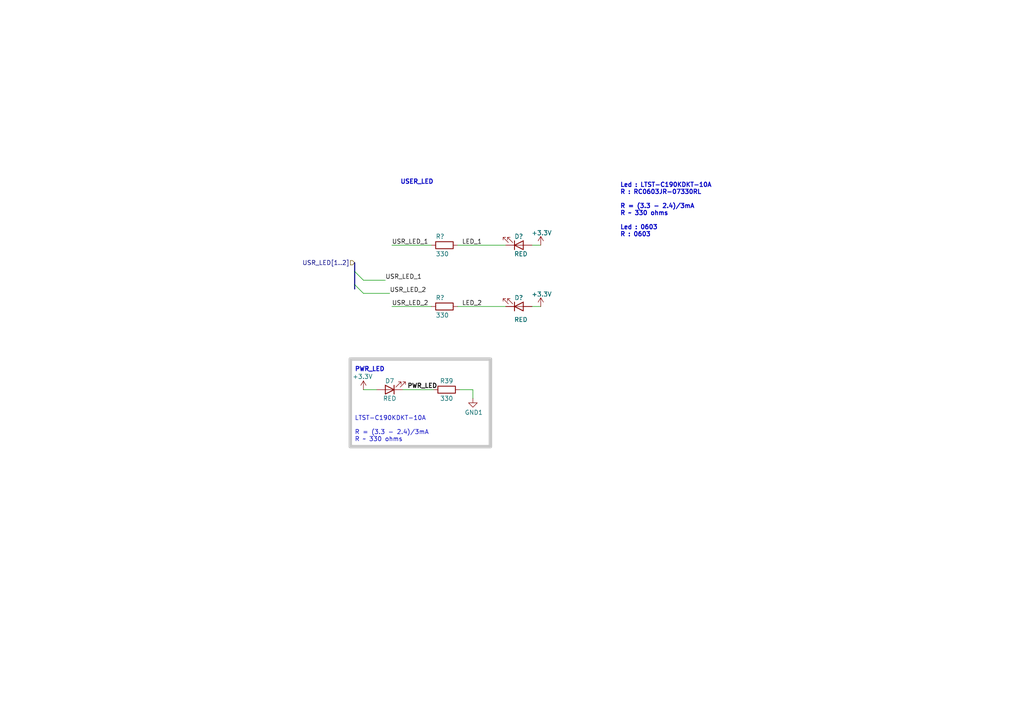
<source format=kicad_sch>
(kicad_sch (version 20231120) (generator "eeschema") (generator_version "8.0")
  (paper "A4")
  (title_block (title "Rapid-Core") (date "2024-09-09") (rev "1.0.1"))
  (lib_symbols
    (symbol "+3.3V_1" (power) (pin_numbers hide) (pin_names (offset 0) hide)
      (property "Value" "+3.3V" (at 0 3.556 0))
      (symbol "+3.3V_1_0_1"
        (polyline (pts (xy -0.762 1.27) (xy 0 2.54)))
        (polyline (pts (xy 0 0) (xy 0 2.54)))
        (polyline (pts (xy 0 2.54) (xy 0.762 1.27)))
      )
      (symbol "+3.3V_1_1_1"
        (pin power_in line (at 0 0 90) (length 0) (name "~") (number "1"))
      )
    )
    (symbol "Device:LED" (pin_numbers hide) (pin_names (offset 1.016) hide)
      (property "Reference" "D" (at 0 2.54 0))
      (property "Value" "LED" (at 0 -2.54 0))
      (symbol "LED_0_1"
        (polyline (pts (xy -1.27 -1.27) (xy -1.27 1.27)) (stroke (width 0.254)))
        (polyline (pts (xy -1.27 0) (xy 1.27 0)))
        (polyline (pts (xy 1.27 -1.27) (xy 1.27 1.27) (xy -1.27 0) (xy 1.27 -1.27)) (stroke (width 0.254)))
        (polyline (pts (xy -3.048 -0.762) (xy -4.572 -2.286) (xy -3.81 -2.286) (xy -4.572 -2.286) (xy -4.572 -1.524)))
        (polyline (pts (xy -1.778 -0.762) (xy -3.302 -2.286) (xy -2.54 -2.286) (xy -3.302 -2.286) (xy -3.302 -1.524)))
      )
      (symbol "LED_1_1"
        (pin passive line (at -3.81 0 0) (length 2.54) (name "K") (number "1"))
        (pin passive line (at 3.81 0 180) (length 2.54) (name "A") (number "2"))
      )
    )
    (symbol "Device:R" (pin_numbers hide) (pin_names (offset 0))
      (property "Reference" "R" (at 2.032 0 90))
      (property "Value" "R" (at 0 0 90))
      (symbol "R_0_1"
        (rectangle (start -1.016 -2.54) (end 1.016 2.54) (stroke (width 0.254)))
      )
      (symbol "R_1_1"
        (pin passive line (at 0 3.81 270) (length 1.27) (name "~") (number "1"))
        (pin passive line (at 0 -3.81 90) (length 1.27) (name "~") (number "2"))
      )
    )
    (symbol "GND1_1" (power) (pin_numbers hide) (pin_names (offset 0) hide)
      (property "Value" "GND1" (at 0 -3.81 0))
      (symbol "GND1_1_0_1"
        (polyline (pts (xy 0 0) (xy 0 -1.27) (xy 1.27 -1.27) (xy 0 -2.54) (xy -1.27 -1.27) (xy 0 -1.27)))
      )
      (symbol "GND1_1_1_1"
        (pin power_in line (at 0 0 270) (length 0) (name "~") (number "1"))
      )
    )
  )
  (bus_entry (at 102.87 78.74) (size 2.54 2.54))
  (bus_entry (at 102.87 82.55) (size 2.54 2.54))
  (wire (pts (xy 105.41 113.03) (xy 109.22 113.03)))
  (wire (pts (xy 105.41 81.28) (xy 111.76 81.28)))
  (wire (pts (xy 146.685 88.9) (xy 132.715 88.9)))
  (wire (pts (xy 105.41 85.09) (xy 113.03 85.09)))
  (wire (pts (xy 156.845 88.9) (xy 154.305 88.9)))
  (wire (pts (xy 125.73 113.03) (xy 116.84 113.03)))
  (wire (pts (xy 132.715 71.12) (xy 146.685 71.12)))
  (bus (pts (xy 102.87 82.55) (xy 102.87 83.82)))
  (wire (pts (xy 125.095 88.9) (xy 113.665 88.9)))
  (wire (pts (xy 137.16 113.03) (xy 133.35 113.03)))
  (wire (pts (xy 137.16 115.57) (xy 137.16 113.03)))
  (wire (pts (xy 125.095 71.12) (xy 113.665 71.12)))
  (wire (pts (xy 154.305 71.12) (xy 156.845 71.12)))
  (bus (pts (xy 102.87 78.74) (xy 102.87 82.55)))
  (bus (pts (xy 102.87 76.2) (xy 102.87 78.74)))
  (rectangle (start 101.6 104.14) (end 142.24 129.54) (stroke (width 1) (color 200 200 200 1)))
  (text "USER_LED\n" (at 116.078 53.594 0) (effects (font (size 1.27 1.27) (bold yes)) (justify left bottom)))
  (text "Led : LTST-C190KDKT-10A\nR : RC0603JR-07330RL\n\nR = (3.3 - 2.4)/3mA \nR ~ 330 ohms\n\nLed : 0603\nR : 0603\n" (at 179.832 68.834 0) (effects (font (size 1.27 1.27) (thickness 0.254) (bold yes)) (justify left bottom)))
  (text "PWR_LED" (at 102.87 107.95 0) (effects (font (size 1.27 1.27) (bold yes)) (justify left bottom)))
  (text "LTST-C190KDKT-10A\n\nR = (3.3 - 2.4)/3mA \nR ~ 330 ohms" (at 102.87 128.27 0) (effects (font (size 1.27 1.27)) (justify left bottom)))
  (label "USR_LED_2" (at 113.665 88.9 0))
  (label "USR_LED_1" (at 111.76 81.28 0))
  (label "LED_2" (at 133.985 88.9 0))
  (label "LED_1" (at 133.985 71.12 0))
  (label "USR_LED_1" (at 113.665 71.12 0))
  (label "PWR_LED" (at 118.11 113.03 0) (effects (font (bold yes))))
  (label "USR_LED_2" (at 113.03 85.09 0))
  (hierarchical_label "USR_LED[1..2]" (shape input) (at 102.87 76.2 180))
  (symbol (lib_name "GND1_1") (lib_id "power:GND1") (at 137.16 115.57 0) (unit 1)
    (property "Reference" "#PWR097" (effects (hide yes)))
    (property "Value" "GND1" (at 137.414 119.634 0))
    (property "Description" "Power symbol creates a global label with name \"GND1\" , ground" (effects (hide yes)))
  )
  (symbol (lib_id "Device:LED") (at 150.495 88.9 0) (mirror x) (unit 1)
    (property "Reference" "D?" (at 151.765 86.36 0) (effects (justify right)))
    (property "Value" "RED" (at 153.035 92.71 0) (effects (justify right)))
    (property "Footprint" "LED_SMD:LED_0603_1608Metric_Pad1.05x0.95mm_HandSolder" (effects (hide yes)))
  )
  (symbol (lib_id "Device:R") (at 128.905 71.12 270) (mirror x) (unit 1)
    (property "Reference" "R?" (at 126.365 68.58 90) (effects (justify left)))
    (property "Value" "330" (at 126.365 73.66 90) (effects (justify left)))
    (property "Footprint" "Resistor_SMD:R_0603_1608Metric_Pad0.98x0.95mm_HandSolder" (effects (hide yes)))
  )
  (symbol (lib_name "+3.3V_1") (lib_id "power:+3.3V") (at 105.41 113.03 0) (unit 1)
    (property "Reference" "#PWR096" (effects (hide yes)))
    (property "Value" "+3.3V" (at 105.156 109.22 0))
    (property "Description" "Power symbol creates a global label with name \"+3.3V\"" (effects (hide yes)))
  )
  (symbol (lib_id "Device:LED") (at 150.495 71.12 0) (mirror x) (unit 1)
    (property "Reference" "D?" (at 151.765 68.58 0) (effects (justify right)))
    (property "Value" "RED" (at 153.035 73.66 0) (effects (justify right)))
    (property "Footprint" "LED_SMD:LED_0603_1608Metric_Pad1.05x0.95mm_HandSolder" (effects (hide yes)))
  )
  (symbol (lib_id "Device:R") (at 128.905 88.9 270) (mirror x) (unit 1)
    (property "Reference" "R?" (at 126.365 86.36 90) (effects (justify left)))
    (property "Value" "330" (at 126.365 91.44 90) (effects (justify left)))
    (property "Footprint" "Resistor_SMD:R_0603_1608Metric_Pad0.98x0.95mm_HandSolder" (effects (hide yes)))
  )
  (symbol (lib_name "+3.3V_1") (lib_id "power:+3.3V") (at 156.845 88.9 0) (mirror y) (unit 1)
    (property "Reference" "#PWR0116" (effects (hide yes)))
    (property "Value" "+3.3V" (at 157.099 85.344 0))
    (property "Description" "Power symbol creates a global label with name \"+3.3V\"" (effects (hide yes)))
  )
  (symbol (lib_id "Device:LED") (at 113.03 113.03 180) (unit 1)
    (property "Reference" "D7" (at 113.03 110.49 0))
    (property "Value" "RED" (at 113.03 115.57 0))
    (property "Footprint" "LED_SMD:LED_0603_1608Metric_Pad1.05x0.95mm_HandSolder" (effects (hide yes)))
  )
  (symbol (lib_name "+3.3V_1") (lib_id "power:+3.3V") (at 156.845 71.12 0) (mirror y) (unit 1)
    (property "Reference" "#PWR0115" (effects (hide yes)))
    (property "Value" "+3.3V" (at 157.099 67.564 0))
    (property "Description" "Power symbol creates a global label with name \"+3.3V\"" (effects (hide yes)))
  )
  (symbol (lib_id "Device:R") (at 129.54 113.03 90) (unit 1)
    (property "Reference" "R39" (at 129.54 110.49 90))
    (property "Value" "330" (at 129.54 115.57 90))
    (property "Footprint" "Resistor_SMD:R_0603_1608Metric_Pad0.98x0.95mm_HandSolder" (effects (hide yes)))
  )
)
</source>
